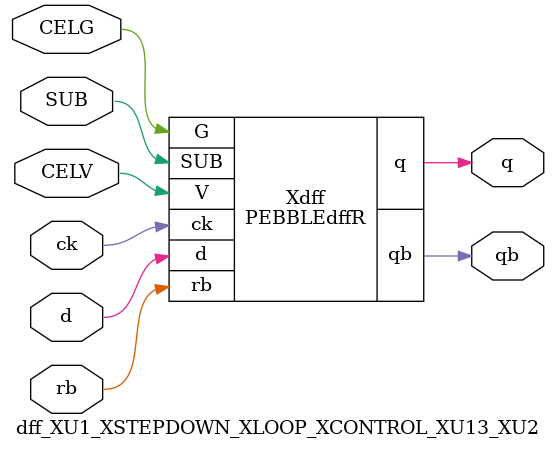
<source format=v>



module PEBBLEdffR ( q, qb, G, SUB, V, ck, d, rb );

  input V;
  output q;
  input rb;
  input d;
  input G;
  input ck;
  input SUB;
  output qb;
endmodule

//Celera Confidential Do Not Copy dff_XU1_XSTEPDOWN_XLOOP_XCONTROL_XU13_XU2
//Celera Confidential Symbol Generator
//DFF latch
module dff_XU1_XSTEPDOWN_XLOOP_XCONTROL_XU13_XU2 (CELV,CELG,d,rb,ck,q,qb,SUB );
input CELV;
input CELG;
input d;
input rb;
input ck;
input SUB;
output q;
output qb;

//Celera Confidential Do Not Copy dff
PEBBLEdffR Xdff(
.V (CELV),
.d (d),
.rb (rb),
.ck (ck),
.q (q),
.qb (qb),
.SUB (SUB),
.G (CELG)
);
//,diesize,PEBBLEdffR

//Celera Confidential Do Not Copy Module End
//Celera Schematic Generator
endmodule

</source>
